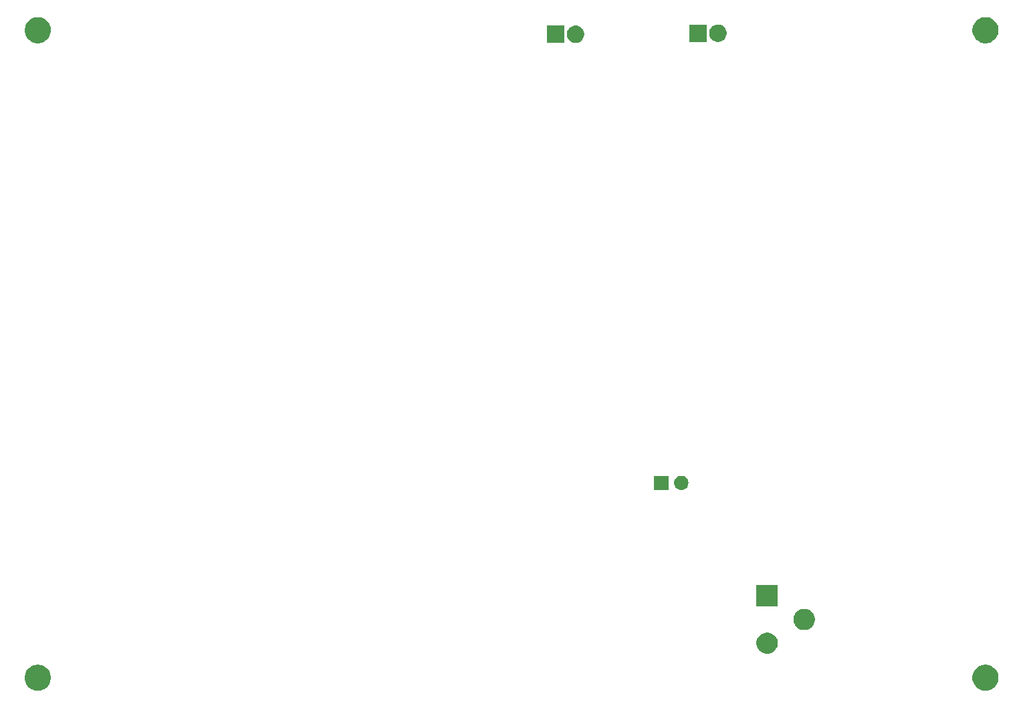
<source format=gbs>
G04 #@! TF.GenerationSoftware,KiCad,Pcbnew,(5.1.0)-1*
G04 #@! TF.CreationDate,2021-02-04T11:50:56-05:00*
G04 #@! TF.ProjectId,SpaceCenter_MainBoard_KiCAD,53706163-6543-4656-9e74-65725f4d6169,rev?*
G04 #@! TF.SameCoordinates,Original*
G04 #@! TF.FileFunction,Soldermask,Bot*
G04 #@! TF.FilePolarity,Negative*
%FSLAX46Y46*%
G04 Gerber Fmt 4.6, Leading zero omitted, Abs format (unit mm)*
G04 Created by KiCad (PCBNEW (5.1.0)-1) date 2021-02-04 11:50:56*
%MOMM*%
%LPD*%
G04 APERTURE LIST*
%ADD10C,0.100000*%
G04 APERTURE END LIST*
D10*
G36*
X116375256Y-123391298D02*
G01*
X116481579Y-123412447D01*
X116782042Y-123536903D01*
X117052451Y-123717585D01*
X117282415Y-123947549D01*
X117463097Y-124217958D01*
X117587553Y-124518421D01*
X117651000Y-124837391D01*
X117651000Y-125162609D01*
X117587553Y-125481579D01*
X117463097Y-125782042D01*
X117282415Y-126052451D01*
X117052451Y-126282415D01*
X116782042Y-126463097D01*
X116481579Y-126587553D01*
X116375256Y-126608702D01*
X116162611Y-126651000D01*
X115837389Y-126651000D01*
X115624744Y-126608702D01*
X115518421Y-126587553D01*
X115217958Y-126463097D01*
X114947549Y-126282415D01*
X114717585Y-126052451D01*
X114536903Y-125782042D01*
X114412447Y-125481579D01*
X114349000Y-125162609D01*
X114349000Y-124837391D01*
X114412447Y-124518421D01*
X114536903Y-124217958D01*
X114717585Y-123947549D01*
X114947549Y-123717585D01*
X115217958Y-123536903D01*
X115518421Y-123412447D01*
X115624744Y-123391298D01*
X115837389Y-123349000D01*
X116162611Y-123349000D01*
X116375256Y-123391298D01*
X116375256Y-123391298D01*
G37*
G36*
X236375256Y-123391298D02*
G01*
X236481579Y-123412447D01*
X236782042Y-123536903D01*
X237052451Y-123717585D01*
X237282415Y-123947549D01*
X237463097Y-124217958D01*
X237587553Y-124518421D01*
X237651000Y-124837391D01*
X237651000Y-125162609D01*
X237587553Y-125481579D01*
X237463097Y-125782042D01*
X237282415Y-126052451D01*
X237052451Y-126282415D01*
X236782042Y-126463097D01*
X236481579Y-126587553D01*
X236375256Y-126608702D01*
X236162611Y-126651000D01*
X235837389Y-126651000D01*
X235624744Y-126608702D01*
X235518421Y-126587553D01*
X235217958Y-126463097D01*
X234947549Y-126282415D01*
X234717585Y-126052451D01*
X234536903Y-125782042D01*
X234412447Y-125481579D01*
X234349000Y-125162609D01*
X234349000Y-124837391D01*
X234412447Y-124518421D01*
X234536903Y-124217958D01*
X234717585Y-123947549D01*
X234947549Y-123717585D01*
X235217958Y-123536903D01*
X235518421Y-123412447D01*
X235624744Y-123391298D01*
X235837389Y-123349000D01*
X236162611Y-123349000D01*
X236375256Y-123391298D01*
X236375256Y-123391298D01*
G37*
G36*
X208737572Y-119318418D02*
G01*
X208983439Y-119420259D01*
X209204712Y-119568110D01*
X209392890Y-119756288D01*
X209540741Y-119977561D01*
X209642582Y-120223428D01*
X209694500Y-120484438D01*
X209694500Y-120750562D01*
X209642582Y-121011572D01*
X209540741Y-121257439D01*
X209392890Y-121478712D01*
X209204712Y-121666890D01*
X208983439Y-121814741D01*
X208983438Y-121814742D01*
X208983437Y-121814742D01*
X208737572Y-121916582D01*
X208476563Y-121968500D01*
X208210437Y-121968500D01*
X207949428Y-121916582D01*
X207703563Y-121814742D01*
X207703562Y-121814742D01*
X207703561Y-121814741D01*
X207482288Y-121666890D01*
X207294110Y-121478712D01*
X207146259Y-121257439D01*
X207044418Y-121011572D01*
X206992500Y-120750562D01*
X206992500Y-120484438D01*
X207044418Y-120223428D01*
X207146259Y-119977561D01*
X207294110Y-119756288D01*
X207482288Y-119568110D01*
X207703561Y-119420259D01*
X207949428Y-119318418D01*
X208210437Y-119266500D01*
X208476563Y-119266500D01*
X208737572Y-119318418D01*
X208737572Y-119318418D01*
G37*
G36*
X213437572Y-116318418D02*
G01*
X213683439Y-116420259D01*
X213904712Y-116568110D01*
X214092890Y-116756288D01*
X214240741Y-116977561D01*
X214342582Y-117223428D01*
X214394500Y-117484438D01*
X214394500Y-117750562D01*
X214342582Y-118011572D01*
X214240741Y-118257439D01*
X214092890Y-118478712D01*
X213904712Y-118666890D01*
X213683439Y-118814741D01*
X213683438Y-118814742D01*
X213683437Y-118814742D01*
X213437572Y-118916582D01*
X213176563Y-118968500D01*
X212910437Y-118968500D01*
X212649428Y-118916582D01*
X212403563Y-118814742D01*
X212403562Y-118814742D01*
X212403561Y-118814741D01*
X212182288Y-118666890D01*
X211994110Y-118478712D01*
X211846259Y-118257439D01*
X211744418Y-118011572D01*
X211692500Y-117750562D01*
X211692500Y-117484438D01*
X211744418Y-117223428D01*
X211846259Y-116977561D01*
X211994110Y-116756288D01*
X212182288Y-116568110D01*
X212403561Y-116420259D01*
X212649428Y-116318418D01*
X212910437Y-116266500D01*
X213176563Y-116266500D01*
X213437572Y-116318418D01*
X213437572Y-116318418D01*
G37*
G36*
X209694500Y-115968500D02*
G01*
X206992500Y-115968500D01*
X206992500Y-113266500D01*
X209694500Y-113266500D01*
X209694500Y-115968500D01*
X209694500Y-115968500D01*
G37*
G36*
X195846000Y-101231000D02*
G01*
X194044000Y-101231000D01*
X194044000Y-99429000D01*
X195846000Y-99429000D01*
X195846000Y-101231000D01*
X195846000Y-101231000D01*
G37*
G36*
X197595443Y-99435519D02*
G01*
X197661627Y-99442037D01*
X197831466Y-99493557D01*
X197987991Y-99577222D01*
X198023729Y-99606552D01*
X198125186Y-99689814D01*
X198208448Y-99791271D01*
X198237778Y-99827009D01*
X198321443Y-99983534D01*
X198372963Y-100153373D01*
X198390359Y-100330000D01*
X198372963Y-100506627D01*
X198321443Y-100676466D01*
X198237778Y-100832991D01*
X198208448Y-100868729D01*
X198125186Y-100970186D01*
X198023729Y-101053448D01*
X197987991Y-101082778D01*
X197831466Y-101166443D01*
X197661627Y-101217963D01*
X197595443Y-101224481D01*
X197529260Y-101231000D01*
X197440740Y-101231000D01*
X197374558Y-101224482D01*
X197308373Y-101217963D01*
X197138534Y-101166443D01*
X196982009Y-101082778D01*
X196946271Y-101053448D01*
X196844814Y-100970186D01*
X196761552Y-100868729D01*
X196732222Y-100832991D01*
X196648557Y-100676466D01*
X196597037Y-100506627D01*
X196579641Y-100330000D01*
X196597037Y-100153373D01*
X196648557Y-99983534D01*
X196732222Y-99827009D01*
X196761552Y-99791271D01*
X196844814Y-99689814D01*
X196946271Y-99606552D01*
X196982009Y-99577222D01*
X197138534Y-99493557D01*
X197308373Y-99442037D01*
X197374558Y-99435518D01*
X197440740Y-99429000D01*
X197529260Y-99429000D01*
X197595443Y-99435519D01*
X197595443Y-99435519D01*
G37*
G36*
X116375256Y-41391298D02*
G01*
X116481579Y-41412447D01*
X116782042Y-41536903D01*
X117052451Y-41717585D01*
X117282415Y-41947549D01*
X117463097Y-42217958D01*
X117587553Y-42518421D01*
X117608702Y-42624744D01*
X117642699Y-42795656D01*
X117651000Y-42837391D01*
X117651000Y-43162609D01*
X117587553Y-43481579D01*
X117463097Y-43782042D01*
X117282415Y-44052451D01*
X117052451Y-44282415D01*
X116782042Y-44463097D01*
X116782041Y-44463098D01*
X116782040Y-44463098D01*
X116757668Y-44473193D01*
X116481579Y-44587553D01*
X116375256Y-44608702D01*
X116162611Y-44651000D01*
X115837389Y-44651000D01*
X115624744Y-44608702D01*
X115518421Y-44587553D01*
X115242332Y-44473193D01*
X115217960Y-44463098D01*
X115217959Y-44463098D01*
X115217958Y-44463097D01*
X114947549Y-44282415D01*
X114717585Y-44052451D01*
X114536903Y-43782042D01*
X114412447Y-43481579D01*
X114349000Y-43162609D01*
X114349000Y-42837391D01*
X114357302Y-42795656D01*
X114391298Y-42624744D01*
X114412447Y-42518421D01*
X114536903Y-42217958D01*
X114717585Y-41947549D01*
X114947549Y-41717585D01*
X115217958Y-41536903D01*
X115518421Y-41412447D01*
X115624744Y-41391298D01*
X115837389Y-41349000D01*
X116162611Y-41349000D01*
X116375256Y-41391298D01*
X116375256Y-41391298D01*
G37*
G36*
X236375256Y-41391298D02*
G01*
X236481579Y-41412447D01*
X236782042Y-41536903D01*
X237052451Y-41717585D01*
X237282415Y-41947549D01*
X237463097Y-42217958D01*
X237587553Y-42518421D01*
X237608702Y-42624744D01*
X237642699Y-42795656D01*
X237651000Y-42837391D01*
X237651000Y-43162609D01*
X237587553Y-43481579D01*
X237463097Y-43782042D01*
X237282415Y-44052451D01*
X237052451Y-44282415D01*
X236782042Y-44463097D01*
X236782041Y-44463098D01*
X236782040Y-44463098D01*
X236757668Y-44473193D01*
X236481579Y-44587553D01*
X236375256Y-44608702D01*
X236162611Y-44651000D01*
X235837389Y-44651000D01*
X235624744Y-44608702D01*
X235518421Y-44587553D01*
X235242332Y-44473193D01*
X235217960Y-44463098D01*
X235217959Y-44463098D01*
X235217958Y-44463097D01*
X234947549Y-44282415D01*
X234717585Y-44052451D01*
X234536903Y-43782042D01*
X234412447Y-43481579D01*
X234349000Y-43162609D01*
X234349000Y-42837391D01*
X234357302Y-42795656D01*
X234391298Y-42624744D01*
X234412447Y-42518421D01*
X234536903Y-42217958D01*
X234717585Y-41947549D01*
X234947549Y-41717585D01*
X235217958Y-41536903D01*
X235518421Y-41412447D01*
X235624744Y-41391298D01*
X235837389Y-41349000D01*
X236162611Y-41349000D01*
X236375256Y-41391298D01*
X236375256Y-41391298D01*
G37*
G36*
X182647500Y-44598500D02*
G01*
X180445500Y-44598500D01*
X180445500Y-42396500D01*
X182647500Y-42396500D01*
X182647500Y-44598500D01*
X182647500Y-44598500D01*
G37*
G36*
X184301295Y-42417656D02*
G01*
X184407650Y-42438811D01*
X184507834Y-42480309D01*
X184608020Y-42521807D01*
X184788344Y-42642295D01*
X184941705Y-42795656D01*
X185062193Y-42975980D01*
X185145189Y-43176351D01*
X185187500Y-43389060D01*
X185187500Y-43605940D01*
X185145189Y-43818649D01*
X185062193Y-44019020D01*
X184941705Y-44199344D01*
X184788344Y-44352705D01*
X184608020Y-44473193D01*
X184507834Y-44514691D01*
X184407650Y-44556189D01*
X184301294Y-44577345D01*
X184194940Y-44598500D01*
X183978060Y-44598500D01*
X183871706Y-44577345D01*
X183765350Y-44556189D01*
X183665166Y-44514691D01*
X183564980Y-44473193D01*
X183384656Y-44352705D01*
X183231295Y-44199344D01*
X183110807Y-44019020D01*
X183027811Y-43818649D01*
X182985500Y-43605940D01*
X182985500Y-43389060D01*
X183027811Y-43176351D01*
X183110807Y-42975980D01*
X183231295Y-42795656D01*
X183384656Y-42642295D01*
X183564980Y-42521807D01*
X183765350Y-42438811D01*
X183871705Y-42417656D01*
X183978060Y-42396500D01*
X184194940Y-42396500D01*
X184301295Y-42417656D01*
X184301295Y-42417656D01*
G37*
G36*
X202335295Y-42290656D02*
G01*
X202441650Y-42311811D01*
X202642020Y-42394807D01*
X202822344Y-42515295D01*
X202975705Y-42668656D01*
X203096193Y-42848980D01*
X203179189Y-43049351D01*
X203221500Y-43262060D01*
X203221500Y-43478940D01*
X203179189Y-43691649D01*
X203096193Y-43892020D01*
X202975705Y-44072344D01*
X202822344Y-44225705D01*
X202642020Y-44346193D01*
X202441650Y-44429189D01*
X202335295Y-44450344D01*
X202228940Y-44471500D01*
X202012060Y-44471500D01*
X201905705Y-44450344D01*
X201799350Y-44429189D01*
X201598980Y-44346193D01*
X201418656Y-44225705D01*
X201265295Y-44072344D01*
X201144807Y-43892020D01*
X201061811Y-43691649D01*
X201019500Y-43478940D01*
X201019500Y-43262060D01*
X201061811Y-43049351D01*
X201144807Y-42848980D01*
X201265295Y-42668656D01*
X201418656Y-42515295D01*
X201598980Y-42394807D01*
X201699166Y-42353309D01*
X201799350Y-42311811D01*
X201905705Y-42290656D01*
X202012060Y-42269500D01*
X202228940Y-42269500D01*
X202335295Y-42290656D01*
X202335295Y-42290656D01*
G37*
G36*
X200681500Y-44471500D02*
G01*
X198479500Y-44471500D01*
X198479500Y-42269500D01*
X200681500Y-42269500D01*
X200681500Y-44471500D01*
X200681500Y-44471500D01*
G37*
M02*

</source>
